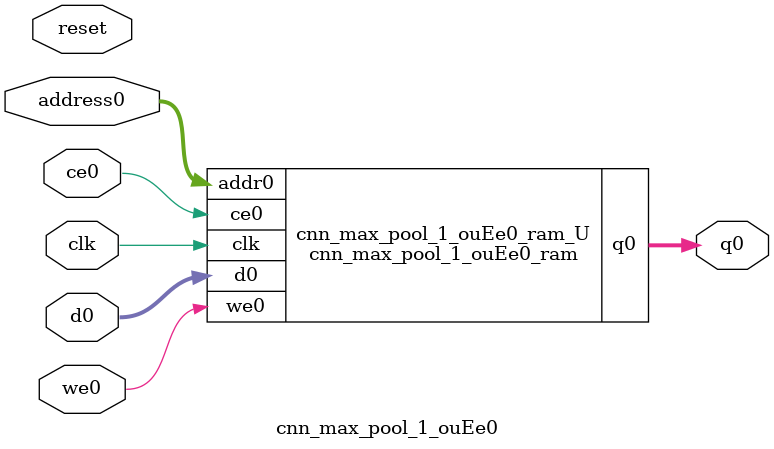
<source format=v>
`timescale 1 ns / 1 ps
module cnn_max_pool_1_ouEe0_ram (addr0, ce0, d0, we0, q0,  clk);

parameter DWIDTH = 14;
parameter AWIDTH = 10;
parameter MEM_SIZE = 1014;

input[AWIDTH-1:0] addr0;
input ce0;
input[DWIDTH-1:0] d0;
input we0;
output reg[DWIDTH-1:0] q0;
input clk;

(* ram_style = "block" *)reg [DWIDTH-1:0] ram[0:MEM_SIZE-1];




always @(posedge clk)  
begin 
    if (ce0) 
    begin
        if (we0) 
        begin 
            ram[addr0] <= d0; 
        end 
        q0 <= ram[addr0];
    end
end


endmodule

`timescale 1 ns / 1 ps
module cnn_max_pool_1_ouEe0(
    reset,
    clk,
    address0,
    ce0,
    we0,
    d0,
    q0);

parameter DataWidth = 32'd14;
parameter AddressRange = 32'd1014;
parameter AddressWidth = 32'd10;
input reset;
input clk;
input[AddressWidth - 1:0] address0;
input ce0;
input we0;
input[DataWidth - 1:0] d0;
output[DataWidth - 1:0] q0;



cnn_max_pool_1_ouEe0_ram cnn_max_pool_1_ouEe0_ram_U(
    .clk( clk ),
    .addr0( address0 ),
    .ce0( ce0 ),
    .we0( we0 ),
    .d0( d0 ),
    .q0( q0 ));

endmodule


</source>
